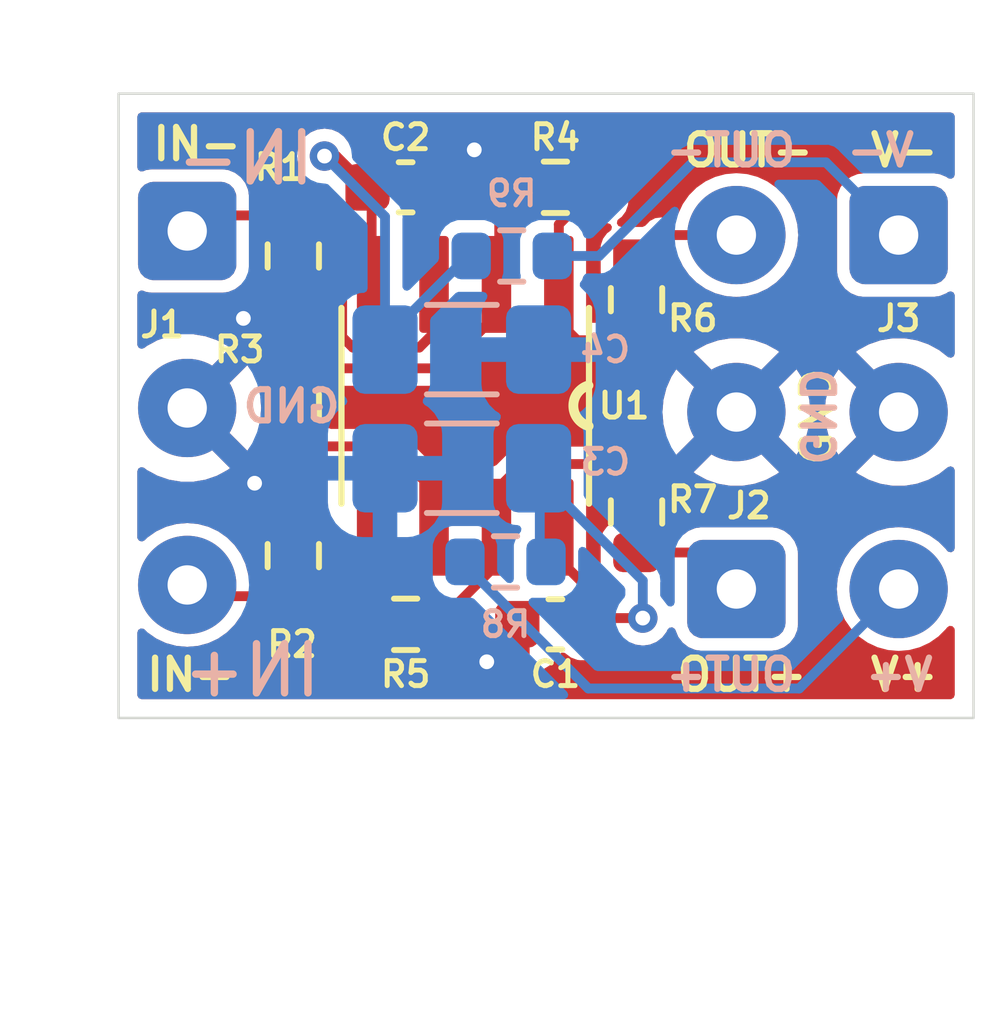
<source format=kicad_pcb>
(kicad_pcb (version 20221018) (generator pcbnew)
  (layers (0 "F.Cu" signal) (31 "B.Cu" signal) (34 "B.Paste" user) (35 "F.Paste" user) (36 "B.SilkS" user "B.Silkscreen") (37 "F.SilkS" user "F.Silkscreen") (38 "B.Mask" user) (39 "F.Mask" user) (44 "Edge.Cuts" user))
  (net 0 "")
  (net 1 "+5VA")
  (net 2 "GND")
  (net 3 "-5VA")
  (net 4 "/IN+")
  (net 5 "/IN-")
  (net 6 "/OUT+")
  (net 7 "/OUT-")
  (net 8 "-5V")
  (net 9 "+5V")
  (net 10 "Net-(R3-Pad1)")
  (net 11 "Net-(R3-Pad2)")
  (net 12 "/OUTA")
  (net 13 "/OUTB")
  (footprint "Resistor_SMD:R_0603_1608Metric" (layer "F.Cu") (at 161.163 90.805 -90)
    (fp_text reference "R1" (at -1.8034 0.2794) (layer "F.SilkS") (effects (font (size 0.508 0.508) (thickness 0.1016))))
    (fp_text value "10M")
    (fp_line (start -0.237258 -0.5225) (end 0.237258 -0.5225) (stroke (width 0.12)) (layer "F.SilkS"))
    (fp_line (start -0.237258 0.5225) (end 0.237258 0.5225) (stroke (width 0.12)) (layer "F.SilkS"))
    (pad "1" smd roundrect (at -0.825 0 270) (size 0.8 0.95) (layers "F.Cu" "F.Paste" "F.Mask") (net 5 "/IN-"))
    (pad "2" smd roundrect (at 0.825 0 270) (size 0.8 0.95) (layers "F.Cu" "F.Paste" "F.Mask") (net 2 "GND"))
  )
  (footprint "Capacitor_SMD:C_0603_1608Metric" (layer "F.Cu") (at 163.449 89.408)
    (fp_text reference "C2" (at 0 -1.016 180) (layer "F.SilkS") (effects (font (size 0.508 0.508) (thickness 0.1016))))
    (fp_text value "0.1u25V")
    (fp_line (start -0.14058 -0.51) (end 0.14058 -0.51) (stroke (width 0.12)) (layer "F.SilkS"))
    (fp_line (start -0.14058 0.51) (end 0.14058 0.51) (stroke (width 0.12)) (layer "F.SilkS"))
    (pad "1" smd roundrect (at -0.775 0) (size 0.9 0.95) (layers "F.Cu" "F.Paste" "F.Mask") (net 3 "-5VA"))
    (pad "2" smd roundrect (at 0.775 0) (size 0.9 0.95) (layers "F.Cu" "F.Paste" "F.Mask") (net 2 "GND"))
  )
  (footprint "Resistor_SMD:R_0603_1608Metric" (layer "F.Cu") (at 168.148 91.694 90)
    (fp_text reference "R6" (at -0.381 1.143 180) (layer "F.SilkS") (effects (font (size 0.508 0.508) (thickness 0.1016))))
    (fp_text value "10")
    (fp_line (start -0.237258 -0.5225) (end 0.237258 -0.5225) (stroke (width 0.12)) (layer "F.SilkS"))
    (fp_line (start -0.237258 0.5225) (end 0.237258 0.5225) (stroke (width 0.12)) (layer "F.SilkS"))
    (pad "1" smd roundrect (at -0.825 0 90) (size 0.8 0.95) (layers "F.Cu" "F.Paste" "F.Mask") (net 12 "/OUTA"))
    (pad "2" smd roundrect (at 0.825 0 90) (size 0.8 0.95) (layers "F.Cu" "F.Paste" "F.Mask") (net 7 "/OUT-"))
  )
  (footprint "projectlib:SOIC127P599X175-8N" (layer "F.Cu") (at 164.662 93.853 -90)
    (fp_text reference "U1" (at 0 -3.232 -180) (layer "F.SilkS") (effects (font (size 0.508 0.508) (thickness 0.1016))))
    (fp_text value "OPA1642AID")
    (fp_line (start -1.99 2.519) (end 1.99 2.519) (stroke (width 0.127)) (layer "F.SilkS"))
    (fp_line (start 1.99 -2.519) (end -1.99 -2.519) (stroke (width 0.127)) (layer "F.SilkS"))
    (fp_arc (start 0.411638 -2.511349) (mid 0 -2.199999) (end -0.414421 -2.507634) (stroke (width 0.2)) (layer "F.SilkS"))
    (pad "1" smd roundrect (at -2.47 -1.905 270) (size 1.97 0.6) (layers "F.Cu" "F.Paste" "F.Mask") (roundrect_rratio 0.125) (net 12 "/OUTA"))
    (pad "2" smd roundrect (at -2.47 -0.635 270) (size 1.97 0.6) (layers "F.Cu" "F.Paste" "F.Mask") (roundrect_rratio 0.125) (net 10 "Net-(R3-Pad1)"))
    (pad "3" smd roundrect (at -2.47 0.635 270) (size 1.97 0.6) (layers "F.Cu" "F.Paste" "F.Mask") (roundrect_rratio 0.125) (net 5 "/IN-"))
    (pad "4" smd roundrect (at -2.47 1.905 270) (size 1.97 0.6) (layers "F.Cu" "F.Paste" "F.Mask") (roundrect_rratio 0.125) (net 3 "-5VA"))
    (pad "5" smd roundrect (at 2.47 1.905 270) (size 1.97 0.6) (layers "F.Cu" "F.Paste" "F.Mask") (roundrect_rratio 0.125) (net 4 "/IN+"))
    (pad "6" smd roundrect (at 2.47 0.635 270) (size 1.97 0.6) (layers "F.Cu" "F.Paste" "F.Mask") (roundrect_rratio 0.125) (net 11 "Net-(R3-Pad2)"))
    (pad "7" smd roundrect (at 2.47 -0.635 270) (size 1.97 0.6) (layers "F.Cu" "F.Paste" "F.Mask") (roundrect_rratio 0.125) (net 13 "/OUTB"))
    (pad "8" smd roundrect (at 2.47 -1.905 270) (size 1.97 0.6) (layers "F.Cu" "F.Paste" "F.Mask") (roundrect_rratio 0.125) (net 1 "+5VA"))
  )
  (footprint "Resistor_SMD:R_0603_1608Metric" (layer "F.Cu") (at 163.449 98.298)
    (fp_text reference "R5" (at 0 1.016) (layer "F.SilkS") (effects (font (size 0.508 0.508) (thickness 0.1016))))
    (fp_text value "100K")
    (fp_line (start -0.237258 -0.5225) (end 0.237258 -0.5225) (stroke (width 0.12)) (layer "F.SilkS"))
    (fp_line (start -0.237258 0.5225) (end 0.237258 0.5225) (stroke (width 0.12)) (layer "F.SilkS"))
    (pad "1" smd roundrect (at -0.825 0) (size 0.8 0.95) (layers "F.Cu" "F.Paste" "F.Mask") (net 11 "Net-(R3-Pad2)"))
    (pad "2" smd roundrect (at 0.825 0) (size 0.8 0.95) (layers "F.Cu" "F.Paste" "F.Mask") (net 13 "/OUTB"))
  )
  (footprint "Resistor_SMD:R_0603_1608Metric" (layer "F.Cu") (at 168.148 96.012 -90)
    (fp_text reference "R7" (at -0.254 -1.143 -180) (layer "F.SilkS") (effects (font (size 0.508 0.508) (thickness 0.1016))))
    (fp_text value "10")
    (fp_line (start -0.237258 -0.5225) (end 0.237258 -0.5225) (stroke (width 0.12)) (layer "F.SilkS"))
    (fp_line (start -0.237258 0.5225) (end 0.237258 0.5225) (stroke (width 0.12)) (layer "F.SilkS"))
    (pad "1" smd roundrect (at -0.825 0 270) (size 0.8 0.95) (layers "F.Cu" "F.Paste" "F.Mask") (net 13 "/OUTB"))
    (pad "2" smd roundrect (at 0.825 0 270) (size 0.8 0.95) (layers "F.Cu" "F.Paste" "F.Mask") (net 6 "/OUT+"))
  )
  (footprint "projectlib:SolderWire_3p" (layer "F.Cu") (at 159.004 90.297 -90)
    (fp_text reference "J1" (at 1.905 0.508) (layer "F.SilkS") (effects (font (size 0.508 0.508) (thickness 0.1016))))
    (fp_text value "Conn_01x03_Pin")
    (pad "1" thru_hole roundrect (at 0 0 270) (size 2 2) (drill 0.8) (layers "*.Cu" "*.Mask") (roundrect_rratio 0.15625) (net 5 "/IN-"))
    (pad "2" thru_hole circle (at 3.6 0 270) (size 2 2) (drill 0.8) (layers "*.Cu" "*.Mask") (net 2 "GND"))
    (pad "3" thru_hole circle (at 7.2 0 270) (size 2 2) (drill 0.8) (layers "*.Cu" "*.Mask") (net 4 "/IN+"))
  )
  (footprint "projectlib:SolderWire_3p" (layer "F.Cu") (at 173.482 90.38 -90)
    (fp_text reference "J3" (at 1.695 0) (layer "F.SilkS") (effects (font (size 0.508 0.508) (thickness 0.1016))))
    (fp_text value "Conn_01x03_Pin")
    (pad "1" thru_hole roundrect (at 0 0 270) (size 2 2) (drill 0.8) (layers "*.Cu" "*.Mask") (roundrect_rratio 0.15625) (net 8 "-5V"))
    (pad "2" thru_hole circle (at 3.6 0 270) (size 2 2) (drill 0.8) (layers "*.Cu" "*.Mask") (net 2 "GND"))
    (pad "3" thru_hole circle (at 7.2 0 270) (size 2 2) (drill 0.8) (layers "*.Cu" "*.Mask") (net 9 "+5V"))
  )
  (footprint "Resistor_SMD:R_0603_1608Metric" (layer "F.Cu") (at 166.497 89.408)
    (fp_text reference "R4" (at 0 -1.016) (layer "F.SilkS") (effects (font (size 0.508 0.508) (thickness 0.1016))))
    (fp_text value "100K")
    (fp_line (start -0.237258 -0.5225) (end 0.237258 -0.5225) (stroke (width 0.12)) (layer "F.SilkS"))
    (fp_line (start -0.237258 0.5225) (end 0.237258 0.5225) (stroke (width 0.12)) (layer "F.SilkS"))
    (pad "1" smd roundrect (at -0.825 0) (size 0.8 0.95) (layers "F.Cu" "F.Paste" "F.Mask") (net 10 "Net-(R3-Pad1)"))
    (pad "2" smd roundrect (at 0.825 0) (size 0.8 0.95) (layers "F.Cu" "F.Paste" "F.Mask") (net 12 "/OUTA"))
  )
  (footprint "Resistor_SMD:R_0603_1608Metric" (layer "F.Cu") (at 161.163 93.853 -90)
    (fp_text reference "R3" (at -1.143 1.0922) (layer "F.SilkS") (effects (font (size 0.508 0.508) (thickness 0.1016))))
    (fp_text value "2.2K")
    (fp_line (start -0.237258 -0.5225) (end 0.237258 -0.5225) (stroke (width 0.12)) (layer "F.SilkS"))
    (fp_line (start -0.237258 0.5225) (end 0.237258 0.5225) (stroke (width 0.12)) (layer "F.SilkS"))
    (pad "1" smd roundrect (at -0.825 0 270) (size 0.8 0.95) (layers "F.Cu" "F.Paste" "F.Mask") (net 10 "Net-(R3-Pad1)"))
    (pad "2" smd roundrect (at 0.825 0 270) (size 0.8 0.95) (layers "F.Cu" "F.Paste" "F.Mask") (net 11 "Net-(R3-Pad2)"))
  )
  (footprint "projectlib:SolderWire_3p" (layer "F.Cu") (at 170.18 97.58 90)
    (fp_text reference "J2" (at 1.695 0.254) (layer "F.SilkS") (effects (font (size 0.508 0.508) (thickness 0.1016))))
    (fp_text value "Conn_01x03_Pin")
    (pad "1" thru_hole roundrect (at 0 0 90) (size 2 2) (drill 0.8) (layers "*.Cu" "*.Mask") (roundrect_rratio 0.15625) (net 6 "/OUT+"))
    (pad "2" thru_hole circle (at 3.6 0 90) (size 2 2) (drill 0.8) (layers "*.Cu" "*.Mask") (net 2 "GND"))
    (pad "3" thru_hole circle (at 7.2 0 90) (size 2 2) (drill 0.8) (layers "*.Cu" "*.Mask") (net 7 "/OUT-"))
  )
  (footprint "Resistor_SMD:R_0603_1608Metric" (layer "F.Cu") (at 161.163 96.901 90)
    (fp_text reference "R2" (at -1.8034 -0.0254) (layer "F.SilkS") (effects (font (size 0.508 0.508) (thickness 0.1016))))
    (fp_text value "10M")
    (fp_line (start -0.237258 -0.5225) (end 0.237258 -0.5225) (stroke (width 0.12)) (layer "F.SilkS"))
    (fp_line (start -0.237258 0.5225) (end 0.237258 0.5225) (stroke (width 0.12)) (layer "F.SilkS"))
    (pad "1" smd roundrect (at -0.825 0 90) (size 0.8 0.95) (layers "F.Cu" "F.Paste" "F.Mask") (net 4 "/IN+"))
    (pad "2" smd roundrect (at 0.825 0 90) (size 0.8 0.95) (layers "F.Cu" "F.Paste" "F.Mask") (net 2 "GND"))
  )
  (footprint "Capacitor_SMD:C_0603_1608Metric" (layer "F.Cu") (at 166.497 98.298 180)
    (fp_text reference "C1" (at 0 -1.016) (layer "F.SilkS") (effects (font (size 0.508 0.508) (thickness 0.1016))))
    (fp_text value "0.1u25V")
    (fp_line (start -0.14058 -0.51) (end 0.14058 -0.51) (stroke (width 0.12)) (layer "F.SilkS"))
    (fp_line (start -0.14058 0.51) (end 0.14058 0.51) (stroke (width 0.12)) (layer "F.SilkS"))
    (pad "1" smd roundrect (at -0.775 0 180) (size 0.9 0.95) (layers "F.Cu" "F.Paste" "F.Mask") (net 1 "+5VA"))
    (pad "2" smd roundrect (at 0.775 0 180) (size 0.9 0.95) (layers "F.Cu" "F.Paste" "F.Mask") (net 2 "GND"))
  )
  (footprint "Capacitor_SMD:C_1206_3216Metric_Pad1.33x1.80mm_HandSolder" (layer "B.Cu") (at 164.592 92.71)
    (fp_text reference "C4" (at 2.921 0) (layer "B.SilkS") (effects (font (size 0.508 0.508) (thickness 0.1016)) (justify mirror)))
    (fp_text value "10u25V")
    (fp_line (start -0.711252 -0.91) (end 0.711252 -0.91) (stroke (width 0.12)) (layer "B.SilkS"))
    (fp_line (start -0.711252 0.91) (end 0.711252 0.91) (stroke (width 0.12)) (layer "B.SilkS"))
    (pad "1" smd roundrect (at -1.5625 0) (size 1.325 1.8) (layers "B.Cu" "B.Paste" "B.Mask") (roundrect_rratio 0.188679) (net 3 "-5VA"))
    (pad "2" smd roundrect (at 1.5625 0) (size 1.325 1.8) (layers "B.Cu" "B.Paste" "B.Mask") (roundrect_rratio 0.188679) (net 2 "GND"))
  )
  (footprint "Capacitor_SMD:C_1206_3216Metric_Pad1.33x1.80mm_HandSolder" (layer "B.Cu") (at 164.592 95.123 180)
    (fp_text reference "C3" (at -2.921 0.127) (layer "B.SilkS") (effects (font (size 0.508 0.508) (thickness 0.1016)) (justify mirror)))
    (fp_text value "10u25V")
    (fp_line (start -0.711252 -0.91) (end 0.711252 -0.91) (stroke (width 0.12)) (layer "B.SilkS"))
    (fp_line (start -0.711252 0.91) (end 0.711252 0.91) (stroke (width 0.12)) (layer "B.SilkS"))
    (pad "1" smd roundrect (at -1.5625 0 180) (size 1.325 1.8) (layers "B.Cu" "B.Paste" "B.Mask") (roundrect_rratio 0.188679) (net 1 "+5VA"))
    (pad "2" smd roundrect (at 1.5625 0 180) (size 1.325 1.8) (layers "B.Cu" "B.Paste" "B.Mask") (roundrect_rratio 0.188679) (net 2 "GND"))
  )
  (footprint "Resistor_SMD:R_0603_1608Metric" (layer "B.Cu") (at 165.481 97.028 180)
    (fp_text reference "R8" (at 0 -1.27) (layer "B.SilkS") (effects (font (size 0.508 0.508) (thickness 0.1016)) (justify mirror)))
    (fp_text value "10")
    (fp_line (start -0.237258 -0.5225) (end 0.237258 -0.5225) (stroke (width 0.12)) (layer "B.SilkS"))
    (fp_line (start -0.237258 0.5225) (end 0.237258 0.5225) (stroke (width 0.12)) (layer "B.SilkS"))
    (pad "1" smd roundrect (at -0.825 0 180) (size 0.8 0.95) (layers "B.Cu" "B.Paste" "B.Mask") (net 1 "+5VA"))
    (pad "2" smd roundrect (at 0.825 0 180) (size 0.8 0.95) (layers "B.Cu" "B.Paste" "B.Mask") (net 9 "+5V"))
  )
  (footprint "Resistor_SMD:R_0603_1608Metric" (layer "B.Cu") (at 165.608 90.805)
    (fp_text reference "R9" (at 0 -1.27) (layer "B.SilkS") (effects (font (size 0.508 0.508) (thickness 0.1016)) (justify mirror)))
    (fp_text value "10")
    (fp_line (start -0.237258 -0.5225) (end 0.237258 -0.5225) (stroke (width 0.12)) (layer "B.SilkS"))
    (fp_line (start -0.237258 0.5225) (end 0.237258 0.5225) (stroke (width 0.12)) (layer "B.SilkS"))
    (pad "1" smd roundrect (at -0.825 0) (size 0.8 0.95) (layers "B.Cu" "B.Paste" "B.Mask") (net 3 "-5VA"))
    (pad "2" smd roundrect (at 0.825 0) (size 0.8 0.95) (layers "B.Cu" "B.Paste" "B.Mask") (net 8 "-5V"))
  )
  (gr_rect (start 157.607 87.503) (end 175.006 100.203) (stroke (width 0.05)) (fill none) (layer "Edge.Cuts"))
  (gr_text "GND" (at 162.179 94.234) (layer "B.SilkS") (effects (font (size 0.635 0.635) (thickness 0.127) bold) (justify left bottom mirror)))
  (gr_text "V-" (at 173.863 89.027) (layer "B.SilkS") (effects (font (size 0.635 0.635) (thickness 0.127)) (justify left bottom mirror)))
  (gr_text "GND" (at 171.45 95.123 -90) (layer "B.SilkS") (effects (font (size 0.635 0.635) (thickness 0.127) bold) (justify left bottom mirror)))
  (gr_text "V+" (at 174.244 99.695) (layer "B.SilkS") (effects (font (size 0.635 0.635) (thickness 0.127) bold) (justify left bottom mirror)))
  (gr_text "IN+" (at 161.798 99.822) (layer "B.SilkS") (effects (font (size 1 1)) (justify left bottom mirror)))
  (gr_text "OUT+" (at 171.45 99.695) (layer "B.SilkS") (effects (font (size 0.635 0.635) (thickness 0.127) bold) (justify left bottom mirror)))
  (gr_text "IN-" (at 161.671 89.408) (layer "B.SilkS") (effects (font (size 1 1)) (justify left bottom mirror)))
  (gr_text "OUT-" (at 171.45 89.027) (layer "B.SilkS") (effects (font (size 0.635 0.635) (thickness 0.127) bold) (justify left bottom mirror)))
  (gr_text "IN-" (at 158.242 88.9) (layer "F.SilkS") (effects (font (size 0.635 0.635) (thickness 0.127) bold) (justify left bottom)))
  (gr_text "V+" (at 172.847 99.695) (layer "F.SilkS") (effects (font (size 0.635 0.635) (thickness 0.127) bold) (justify left bottom)))
  (gr_text "OUT+" (at 168.91 99.695) (layer "F.SilkS") (effects (font (size 0.635 0.635) (thickness 0.127) bold) (justify left bottom)))
  (gr_text "OUT-" (at 169.037 89.027) (layer "F.SilkS") (effects (font (size 0.635 0.635) (thickness 0.127) bold) (justify left bottom)))
  (gr_text "GND" (at 172.212 95.123 90) (layer "F.SilkS") (effects (font (size 0.635 0.635) (thickness 0.127) bold) (justify left bottom)))
  (gr_text "IN+" (at 158.115 99.695) (layer "F.SilkS") (effects (font (size 0.635 0.635) (thickness 0.127) bold) (justify left bottom)))
  (gr_text "V-" (at 172.847 89.027) (layer "F.SilkS") (effects (font (size 0.635 0.635) (thickness 0.127)) (justify left bottom)))
  (segment (start 166.567 96.971) (end 166.567 96.323) (width 0.2) (layer "F.Cu") (net 1))
  (segment (start 167.272 98.298) (end 167.272 97.676) (width 0.2) (layer "F.Cu") (net 1))
  (segment (start 167.272 97.676) (end 166.567 96.971) (width 0.2) (layer "F.Cu") (net 1))
  (segment (start 168.275 98.171) (end 167.399 98.171) (width 0.2) (layer "F.Cu") (net 1))
  (segment (start 167.399 98.171) (end 167.272 98.298) (width 0.2) (layer "F.Cu") (net 1))
  (via (at 168.275 98.171) (size 0.6) (drill 0.3) (layers "F.Cu" "B.Cu") (net 1))
  (segment (start 166.1545 95.2885) (end 168.275 97.409) (width 0.2) (layer "B.Cu") (net 1))
  (segment (start 166.179 97.028) (end 166.179 95.617) (width 0.2) (layer "B.Cu") (net 1))
  (segment (start 166.1545 95.123) (end 166.1545 95.2885) (width 0.2) (layer "B.Cu") (net 1))
  (segment (start 168.275 97.409) (end 168.275 98.171) (width 0.2) (layer "B.Cu") (net 1))
  (segment (start 166.179 95.617) (end 166.1545 95.5925) (width 0.2) (layer "B.Cu") (net 1))
  (segment (start 166.1545 95.5925) (end 166.1545 95.123) (width 0.2) (layer "B.Cu") (net 1))
  (segment (start 161.163 91.63) (end 160.592 91.63) (width 0.2) (layer "F.Cu") (net 2))
  (segment (start 165.722 98.438) (end 165.1 99.06) (width 0.2) (layer "F.Cu") (net 2))
  (segment (start 161.0238 96.076) (end 161.163 96.076) (width 0.2) (layer "F.Cu") (net 2))
  (segment (start 164.224 89.268) (end 164.846 88.646) (width 0.2) (layer "F.Cu") (net 2))
  (segment (start 160.3756 95.4278) (end 161.0238 96.076) (width 0.2) (layer "F.Cu") (net 2))
  (segment (start 165.722 98.298) (end 165.722 98.438) (width 0.2) (layer "F.Cu") (net 2))
  (segment (start 164.224 89.408) (end 164.224 89.268) (width 0.2) (layer "F.Cu") (net 2))
  (segment (start 160.592 91.63) (end 160.147 92.075) (width 0.2) (layer "F.Cu") (net 2))
  (via (at 164.846 88.646) (size 0.6) (drill 0.3) (layers "F.Cu" "B.Cu") (net 2))
  (via (at 165.1 99.06) (size 0.6) (drill 0.3) (layers "F.Cu" "B.Cu") (net 2))
  (via (at 160.147 92.075) (size 0.6) (drill 0.3) (layers "F.Cu" "B.Cu") (net 2))
  (via (at 160.3756 95.4278) (size 0.6) (drill 0.3) (layers "F.Cu" "B.Cu") (net 2))
  (segment (start 162.757 91.383) (end 162.757 89.491) (width 0.2) (layer "F.Cu") (net 3))
  (segment (start 162.039 88.773) (end 162.674 89.408) (width 0.2) (layer "F.Cu") (net 3))
  (segment (start 162.757 89.491) (end 162.674 89.408) (width 0.2) (layer "F.Cu") (net 3))
  (segment (start 161.798 88.773) (end 162.039 88.773) (width 0.2) (layer "F.Cu") (net 3))
  (via (at 161.798 88.773) (size 0.6) (drill 0.3) (layers "F.Cu" "B.Cu") (net 3))
  (segment (start 163.0295 92.71) (end 163.0295 90.0045) (width 0.2) (layer "B.Cu") (net 3))
  (segment (start 163.0295 92.4945) (end 163.0295 92.71) (width 0.2) (layer "B.Cu") (net 3))
  (segment (start 163.0295 90.0045) (end 161.798 88.773) (width 0.2) (layer "B.Cu") (net 3))
  (segment (start 164.719 90.805) (end 163.0295 92.4945) (width 0.2) (layer "B.Cu") (net 3))
  (segment (start 164.783 90.805) (end 164.719 90.805) (width 0.2) (layer "B.Cu") (net 3))
  (segment (start 159.233 97.726) (end 159.004 97.497) (width 0.2) (layer "F.Cu") (net 4))
  (segment (start 161.163 97.726) (end 159.233 97.726) (width 0.2) (layer "F.Cu") (net 4))
  (segment (start 162.757 96.958) (end 162.757 96.323) (width 0.2) (layer "F.Cu") (net 4))
  (segment (start 161.163 97.726) (end 161.48 97.409) (width 0.2) (layer "F.Cu") (net 4))
  (segment (start 161.48 97.409) (end 162.306 97.409) (width 0.2) (layer "F.Cu") (net 4))
  (segment (start 162.306 97.409) (end 162.757 96.958) (width 0.2) (layer "F.Cu") (net 4))
  (segment (start 162.157 90.974) (end 161.163 89.98) (width 0.2) (layer "F.Cu") (net 5))
  (segment (start 159.321 89.98) (end 159.004 90.297) (width 0.2) (layer "F.Cu") (net 5))
  (segment (start 161.163 89.98) (end 159.321 89.98) (width 0.2) (layer "F.Cu") (net 5))
  (segment (start 162.37459 92.668) (end 162.157 92.45041) (width 0.2) (layer "F.Cu") (net 5))
  (segment (start 163.726999 92.668) (end 162.37459 92.668) (width 0.2) (layer "F.Cu") (net 5))
  (segment (start 164.027 92.367999) (end 163.726999 92.668) (width 0.2) (layer "F.Cu") (net 5))
  (segment (start 162.157 92.45041) (end 162.157 90.974) (width 0.2) (layer "F.Cu") (net 5))
  (segment (start 164.027 91.383) (end 164.027 92.367999) (width 0.2) (layer "F.Cu") (net 5))
  (segment (start 168.148 96.837) (end 169.437 96.837) (width 0.2) (layer "F.Cu") (net 6))
  (segment (start 169.437 96.837) (end 170.18 97.58) (width 0.2) (layer "F.Cu") (net 6))
  (segment (start 168.637 90.38) (end 168.148 90.869) (width 0.2) (layer "F.Cu") (net 7))
  (segment (start 170.18 90.38) (end 168.637 90.38) (width 0.2) (layer "F.Cu") (net 7))
  (segment (start 172.002 88.9) (end 169.291 88.9) (width 0.2) (layer "B.Cu") (net 8))
  (segment (start 173.482 90.38) (end 172.002 88.9) (width 0.2) (layer "B.Cu") (net 8))
  (segment (start 169.291 88.9) (end 167.386 90.805) (width 0.2) (layer "B.Cu") (net 8))
  (segment (start 167.386 90.805) (end 166.433 90.805) (width 0.2) (layer "B.Cu") (net 8))
  (segment (start 171.459 99.603) (end 167.167 99.603) (width 0.2) (layer "B.Cu") (net 9))
  (segment (start 164.592 97.028) (end 164.529 97.028) (width 0.2) (layer "B.Cu") (net 9))
  (segment (start 167.167 99.603) (end 164.592 97.028) (width 0.2) (layer "B.Cu") (net 9))
  (segment (start 173.482 97.58) (end 171.459 99.603) (width 0.2) (layer "B.Cu") (net 9))
  (segment (start 164.211 93.091) (end 165.297 92.005) (width 0.2) (layer "F.Cu") (net 10))
  (segment (start 161.226 93.091) (end 164.211 93.091) (width 0.2) (layer "F.Cu") (net 10))
  (segment (start 161.163 93.028) (end 161.226 93.091) (width 0.2) (layer "F.Cu") (net 10))
  (segment (start 165.297 92.005) (end 165.297 91.383) (width 0.2) (layer "F.Cu") (net 10))
  (segment (start 165.672 89.408) (end 165.354 89.726) (width 0.2) (layer "F.Cu") (net 10))
  (segment (start 165.354 91.326) (end 165.297 91.383) (width 0.2) (layer "F.Cu") (net 10))
  (segment (start 165.354 89.726) (end 165.354 91.326) (width 0.2) (layer "F.Cu") (net 10))
  (segment (start 162.624 98.298) (end 162.687 98.298) (width 0.2) (layer "F.Cu") (net 11))
  (segment (start 163.131 94.678) (end 164.027 95.574) (width 0.2) (layer "F.Cu") (net 11))
  (segment (start 164.027 95.574) (end 164.027 96.323) (width 0.2) (layer "F.Cu") (net 11))
  (segment (start 164.027 96.958) (end 164.027 96.323) (width 0.2) (layer "F.Cu") (net 11))
  (segment (start 162.687 98.298) (end 164.027 96.958) (width 0.2) (layer "F.Cu") (net 11))
  (segment (start 161.163 94.678) (end 163.131 94.678) (width 0.2) (layer "F.Cu") (net 11))
  (segment (start 166.941 92.519) (end 166.567 92.145) (width 0.2) (layer "F.Cu") (net 12))
  (segment (start 166.567 92.145) (end 166.567 91.383) (width 0.2) (layer "F.Cu") (net 12))
  (segment (start 167.322 89.408) (end 166.567 90.163) (width 0.2) (layer "F.Cu") (net 12))
  (segment (start 168.148 92.519) (end 166.941 92.519) (width 0.2) (layer "F.Cu") (net 12))
  (segment (start 166.567 90.163) (end 166.567 91.383) (width 0.2) (layer "F.Cu") (net 12))
  (segment (start 164.274 98.108) (end 165.297 97.085) (width 0.2) (layer "F.Cu") (net 13))
  (segment (start 164.274 98.298) (end 164.274 98.108) (width 0.2) (layer "F.Cu") (net 13))
  (segment (start 165.82 95.038) (end 165.297 95.561) (width 0.2) (layer "F.Cu") (net 13))
  (segment (start 167.999 95.038) (end 165.82 95.038) (width 0.2) (layer "F.Cu") (net 13))
  (segment (start 165.297 95.561) (end 165.297 96.323) (width 0.2) (layer "F.Cu") (net 13))
  (segment (start 168.148 95.187) (end 167.999 95.038) (width 0.2) (layer "F.Cu") (net 13))
  (segment (start 165.297 97.085) (end 165.297 96.323) (width 0.2) (layer "F.Cu") (net 13))
  (zone (net 2) (net_name "GND") (layers "F&B.Cu") (connect_pads (clearance 0.254)) (min_thickness 0.1778) (fill yes (thermal_gap 0.5) (thermal_bridge_width 0.5))
    (polygon (pts (xy 175.26 85.852) (xy 155.194 85.598) (xy 155.194 102.87) (xy 175.26 102.87)))
  )
)
</source>
